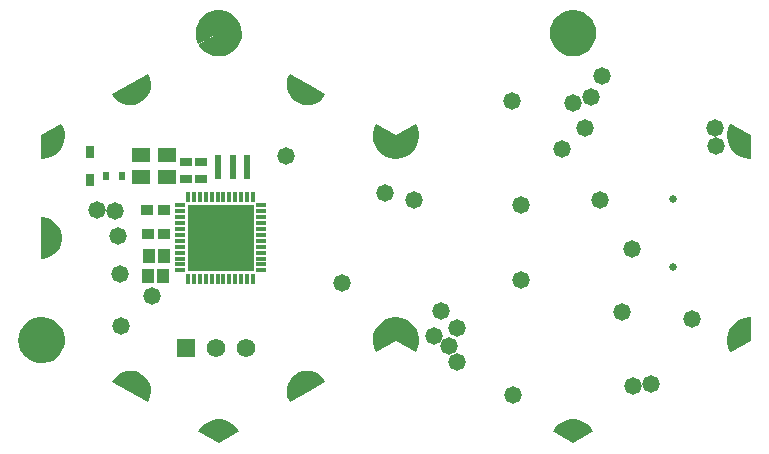
<source format=gbr>
G04*
G04 #@! TF.GenerationSoftware,Altium Limited,Altium Designer,25.8.1 (18)*
G04*
G04 Layer_Color=16711935*
%FSLAX44Y44*%
%MOMM*%
G71*
G04*
G04 #@! TF.SameCoordinates,1DE417C5-642A-4503-87AC-C91C357E1F8F*
G04*
G04*
G04 #@! TF.FilePolarity,Negative*
G04*
G01*
G75*
G04:AMPARAMS|DCode=55|XSize=1.2032mm|YSize=1.2032mm|CornerRadius=0.6016mm|HoleSize=0mm|Usage=FLASHONLY|Rotation=30.000|XOffset=0mm|YOffset=0mm|HoleType=Round|Shape=RoundedRectangle|*
%AMROUNDEDRECTD55*
21,1,1.2032,0.0000,0,0,30.0*
21,1,0.0000,1.2032,0,0,30.0*
1,1,1.2032,0.0000,0.0000*
1,1,1.2032,0.0000,0.0000*
1,1,1.2032,0.0000,0.0000*
1,1,1.2032,0.0000,0.0000*
%
%ADD55ROUNDEDRECTD55*%
G04:AMPARAMS|DCode=57|XSize=1.2032mm|YSize=1.2032mm|CornerRadius=0.6016mm|HoleSize=0mm|Usage=FLASHONLY|Rotation=90.000|XOffset=0mm|YOffset=0mm|HoleType=Round|Shape=RoundedRectangle|*
%AMROUNDEDRECTD57*
21,1,1.2032,0.0000,0,0,90.0*
21,1,0.0000,1.2032,0,0,90.0*
1,1,1.2032,0.0000,0.0000*
1,1,1.2032,0.0000,0.0000*
1,1,1.2032,0.0000,0.0000*
1,1,1.2032,0.0000,0.0000*
%
%ADD57ROUNDEDRECTD57*%
G04:AMPARAMS|DCode=59|XSize=1.2032mm|YSize=1.2032mm|CornerRadius=0.6016mm|HoleSize=0mm|Usage=FLASHONLY|Rotation=330.000|XOffset=0mm|YOffset=0mm|HoleType=Round|Shape=RoundedRectangle|*
%AMROUNDEDRECTD59*
21,1,1.2032,0.0000,0,0,330.0*
21,1,0.0000,1.2032,0,0,330.0*
1,1,1.2032,0.0000,0.0000*
1,1,1.2032,0.0000,0.0000*
1,1,1.2032,0.0000,0.0000*
1,1,1.2032,0.0000,0.0000*
%
%ADD59ROUNDEDRECTD59*%
%ADD65R,0.9900X0.7400*%
%ADD67C,0.6500*%
%ADD68C,1.5700*%
%ADD69R,1.5700X1.5700*%
%ADD70C,1.4732*%
%ADD72R,1.0061X0.9582*%
%ADD74R,0.3000X0.8500*%
%ADD77R,5.7000X5.7000*%
%ADD78R,0.8500X0.3000*%
%ADD80R,0.6000X0.8000*%
%ADD81R,0.6033X2.1032*%
%ADD82R,0.7032X1.1032*%
%ADD83R,1.0032X1.1532*%
%ADD84R,1.6002X1.2954*%
G36*
X153602Y191945D02*
X157319Y190313D01*
X160621Y187953D01*
X163369Y184964D01*
X165443Y181474D01*
X166757Y177633D01*
X167254Y173604D01*
X166912Y169559D01*
X165747Y165671D01*
X164778Y163887D01*
Y163887D01*
X147599Y173778D01*
X130421Y163887D01*
X129452Y165671D01*
X128287Y169559D01*
X127945Y173604D01*
X128442Y177633D01*
X129755Y181474D01*
X131830Y184964D01*
X134577Y187953D01*
X137880Y190313D01*
X141597Y191945D01*
X145570Y192779D01*
X149629D01*
X153602Y191945D01*
D02*
G37*
G36*
X-146397D02*
X-142680Y190313D01*
X-139378Y187953D01*
X-136631Y184964D01*
X-134556Y181474D01*
X-133243Y177633D01*
X-132746Y173604D01*
X-133087Y169559D01*
X-134252Y165671D01*
X-135222Y163887D01*
Y163887D01*
X-152400Y173778D01*
X-169578Y163887D01*
X-170548Y165671D01*
X-171713Y169559D01*
X-172054Y173604D01*
X-171558Y177633D01*
X-170244Y181474D01*
X-168169Y184964D01*
X-165422Y187953D01*
X-162120Y190313D01*
X-158403Y191945D01*
X-154430Y192779D01*
X-150370D01*
X-146397Y191945D01*
D02*
G37*
G36*
X164770Y163820D02*
X163932Y162284D01*
X161738Y159559D01*
X159094Y157268D01*
X156085Y155483D01*
X152806Y154263D01*
X149363Y153644D01*
X145864Y153648D01*
X142422Y154275D01*
X139146Y155503D01*
X136141Y157294D01*
X133503Y159592D01*
X131315Y162322D01*
X130481Y163860D01*
X130481Y163860D01*
X147613Y173750D01*
X164770Y163820D01*
D02*
G37*
G36*
X-135230D02*
X-136067Y162284D01*
X-138261Y159559D01*
X-140905Y157268D01*
X-143914Y155483D01*
X-147193Y154263D01*
X-150637Y153644D01*
X-154135Y153648D01*
X-157577Y154275D01*
X-160853Y155503D01*
X-163858Y157294D01*
X-166497Y159592D01*
X-168685Y162322D01*
X-169518Y163860D01*
X-169518Y163860D01*
X-152387Y173750D01*
X-135230Y163820D01*
D02*
G37*
G36*
X-92289Y139060D02*
X-92277Y139080D01*
X-77174Y130346D01*
X-62065Y121637D01*
X-62076Y121617D01*
X-62023Y121586D01*
X-62856Y120043D01*
X-65104Y117351D01*
X-67840Y115159D01*
X-70958Y113554D01*
X-74333Y112600D01*
X-77829Y112336D01*
X-81309Y112771D01*
X-84633Y113888D01*
X-86165Y114774D01*
X-87704Y115661D01*
X-90333Y117981D01*
X-92450Y120777D01*
X-93969Y123937D01*
X-94830Y127337D01*
X-94999Y130839D01*
X-94469Y134305D01*
X-93261Y137598D01*
X-92343Y139091D01*
X-92289Y139060D01*
D02*
G37*
G36*
X-211602Y137587D02*
X-210390Y134297D01*
X-209856Y130831D01*
X-210020Y127328D01*
X-210877Y123928D01*
X-212392Y120765D01*
X-214505Y117967D01*
X-217131Y115644D01*
X-220167Y113888D01*
X-223491Y112771D01*
X-226971Y112336D01*
X-230467Y112600D01*
X-233842Y113554D01*
X-236960Y115159D01*
X-239697Y117351D01*
X-241944Y120043D01*
X-242778Y121586D01*
X-242778D01*
X-212523Y139080D01*
X-211602Y137587D01*
D02*
G37*
G36*
X-285740Y96820D02*
D01*
X-285740D01*
X-285740D01*
D02*
G37*
G36*
X-2400Y87176D02*
X14278Y96781D01*
X15189Y95288D01*
X16452Y92025D01*
X17114Y88590D01*
X17155Y85092D01*
X16573Y81642D01*
X15387Y78351D01*
X13634Y75323D01*
X11371Y72655D01*
X8669Y70432D01*
X5615Y68726D01*
X2306Y67589D01*
X-1152Y67059D01*
X-2400Y67093D01*
X-3649Y67059D01*
X-7107Y67589D01*
X-10416Y68726D01*
X-13470Y70432D01*
X-16171Y72655D01*
X-18435Y75323D01*
X-20187Y78351D01*
X-21374Y81642D01*
X-21956Y85092D01*
X-21915Y88590D01*
X-21253Y92025D01*
X-19990Y95288D01*
X-19079Y96781D01*
Y96781D01*
X-2400Y87176D01*
D02*
G37*
G36*
X-285709Y96769D02*
X-285688Y96781D01*
X-284777Y95288D01*
X-283514Y92025D01*
X-282852Y88590D01*
X-282811Y85092D01*
X-283393Y81642D01*
X-284580Y78351D01*
X-286332Y75323D01*
X-288596Y72655D01*
X-291297Y70432D01*
X-291328Y70415D01*
X-291330Y70413D01*
X-294388Y68700D01*
X-297702Y67557D01*
X-301166Y67023D01*
X-302918Y67067D01*
X-302895Y86887D01*
X-285740Y96820D01*
X-285709Y96769D01*
D02*
G37*
G36*
X280977Y96749D02*
X280981Y96756D01*
X280981D01*
X287540Y92969D01*
X298099Y86888D01*
Y86873D01*
X298113Y86865D01*
X298099Y74678D01*
Y67106D01*
X298091Y67106D01*
X298091Y67041D01*
X296342Y66999D01*
X292885Y67536D01*
X289579Y68680D01*
X286529Y70394D01*
X283833Y72623D01*
X281575Y75296D01*
X280695Y76826D01*
X279812Y78351D01*
X278626Y81642D01*
X278044Y85092D01*
X278084Y88590D01*
X278747Y92025D01*
X280009Y95288D01*
X280921Y96781D01*
Y96781D01*
X280977Y96749D01*
D02*
G37*
G36*
X-297687Y16945D02*
X-294415Y15672D01*
X-291462Y13774D01*
X-288944Y11327D01*
X-286963Y8429D01*
X-285596Y5196D01*
X-284899Y1755D01*
Y-1755D01*
X-285596Y-5196D01*
X-286963Y-8429D01*
X-288944Y-11327D01*
X-291462Y-13774D01*
X-294415Y-15672D01*
X-297687Y-16945D01*
X-297715Y-16950D01*
X-297726Y-16954D01*
X-301181Y-17554D01*
X-302934Y-17505D01*
X-302934D01*
X-302957Y17443D01*
X-302900Y17444D01*
Y17493D01*
X-301146Y17544D01*
X-297687Y16945D01*
D02*
G37*
G36*
X298099Y-67106D02*
X298099D01*
Y-86888D01*
X280921Y-96781D01*
D01*
X280921D01*
X280009Y-95288D01*
X278747Y-92025D01*
X278084Y-88590D01*
X278044Y-85092D01*
X278626Y-81642D01*
X279812Y-78351D01*
X281565Y-75323D01*
X283828Y-72655D01*
X286530Y-70432D01*
X289584Y-68726D01*
X292893Y-67589D01*
X296351Y-67059D01*
X296351D01*
D01*
X298099Y-67106D01*
D02*
G37*
G36*
X2306Y-67589D02*
X5615Y-68726D01*
X8669Y-70432D01*
X11371Y-72655D01*
X13634Y-75323D01*
X15387Y-78351D01*
X16573Y-81642D01*
X17155Y-85092D01*
X17114Y-88590D01*
X16452Y-92025D01*
X15189Y-95288D01*
X14278Y-96781D01*
X-2400Y-87176D01*
X-19079Y-96781D01*
X-19990Y-95288D01*
X-21253Y-92025D01*
X-21915Y-88590D01*
X-21956Y-85092D01*
X-21374Y-81642D01*
X-20187Y-78351D01*
X-18435Y-75323D01*
X-16171Y-72655D01*
X-13470Y-70432D01*
X-10416Y-68726D01*
X-7107Y-67589D01*
X-3649Y-67059D01*
X-2400Y-67093D01*
X-1152Y-67059D01*
X2306Y-67589D01*
D02*
G37*
G36*
X-297653Y-67536D02*
X-294347Y-68680D01*
X-291297Y-70394D01*
X-288600Y-72623D01*
X-286343Y-75296D01*
X-284597Y-78328D01*
X-283419Y-81622D01*
X-282845Y-85073D01*
X-282893Y-88571D01*
X-283564Y-92005D01*
X-284834Y-95265D01*
X-285749Y-96756D01*
Y-96756D01*
X-302880Y-86865D01*
X-302859Y-67041D01*
X-301110Y-66999D01*
X-297653Y-67536D01*
D02*
G37*
G36*
X14278Y-96781D02*
X14278D01*
D01*
X14278D01*
D02*
G37*
G36*
X-302895Y-86887D02*
X-285740Y-96820D01*
X-286800Y-98551D01*
X-289585Y-101504D01*
X-292917Y-103823D01*
X-296655Y-105407D01*
X-300638Y-106190D01*
X-304697Y-106138D01*
X-308659Y-105253D01*
X-312354Y-103574D01*
X-315626Y-101171D01*
X-318335Y-98147D01*
X-320365Y-94632D01*
X-321629Y-90774D01*
X-322074Y-86740D01*
X-321681Y-82699D01*
X-320466Y-78826D01*
X-318482Y-75285D01*
X-315812Y-72226D01*
X-312571Y-69782D01*
X-308898Y-68055D01*
X-304947Y-67120D01*
X-302918Y-67067D01*
X-302918Y-67067D01*
X-302895Y-86887D01*
D02*
G37*
G36*
X-74333Y-112600D02*
X-70958Y-113554D01*
X-67840Y-115159D01*
X-65104Y-117351D01*
X-62856Y-120043D01*
X-62023Y-121586D01*
D01*
Y-121586D01*
X-77150Y-130333D01*
X-92277Y-139080D01*
X-93198Y-137587D01*
X-94410Y-134297D01*
X-94944Y-130831D01*
X-94780Y-127329D01*
X-93923Y-123928D01*
X-92408Y-120766D01*
X-90295Y-117967D01*
X-87669Y-115644D01*
X-84633Y-113888D01*
X-81309Y-112771D01*
X-77829Y-112336D01*
X-74333Y-112600D01*
D02*
G37*
G36*
X-223491Y-112771D02*
X-220167Y-113888D01*
X-218636Y-114774D01*
X-217097Y-115661D01*
X-214467Y-117981D01*
X-212350Y-120777D01*
X-210831Y-123937D01*
X-209970Y-127337D01*
X-209801Y-130839D01*
X-210331Y-134305D01*
X-211539Y-137598D01*
X-212457Y-139091D01*
D01*
X-212457Y-139091D01*
X-212457Y-139091D01*
X-212511Y-139060D01*
X-212523Y-139080D01*
D01*
X-212523Y-139080D01*
X-212523Y-139080D01*
X-227626Y-130346D01*
X-242735Y-121637D01*
X-242724Y-121617D01*
X-242778Y-121586D01*
X-241944Y-120043D01*
X-239697Y-117351D01*
X-236960Y-115159D01*
X-233842Y-113554D01*
X-230467Y-112600D01*
X-226971Y-112336D01*
X-223491Y-112771D01*
D02*
G37*
G36*
X149334Y-153648D02*
X152776Y-154275D01*
X156052Y-155503D01*
X159057Y-157294D01*
X161696Y-159592D01*
X163884Y-162322D01*
X164718Y-163860D01*
X164718D01*
X163885Y-164340D01*
X163910Y-164387D01*
X147599Y-173778D01*
X131289Y-164387D01*
X131318Y-164334D01*
X130429Y-163820D01*
X131266Y-162284D01*
X133461Y-159559D01*
X136105Y-157268D01*
X139114Y-155483D01*
X142392Y-154263D01*
X145836Y-153644D01*
X149334Y-153648D01*
D02*
G37*
G36*
X-150665D02*
X-147223Y-154275D01*
X-143947Y-155503D01*
X-140942Y-157294D01*
X-138303Y-159592D01*
X-136116Y-162322D01*
X-135282Y-163860D01*
X-135282D01*
X-136115Y-164340D01*
X-136089Y-164387D01*
X-152400Y-173778D01*
X-168711Y-164387D01*
X-168682Y-164334D01*
X-169570Y-163820D01*
X-168733Y-162284D01*
X-166539Y-159559D01*
X-163895Y-157268D01*
X-160886Y-155483D01*
X-157607Y-154263D01*
X-154164Y-153644D01*
X-150665Y-153648D01*
D02*
G37*
D55*
X-152400Y165199D02*
D03*
Y-165199D02*
D03*
X147599Y165199D02*
D03*
Y-165199D02*
D03*
X-223901Y-123901D02*
D03*
X-80899Y123901D02*
D03*
D57*
X290700Y-82601D02*
D03*
X-295468Y82601D02*
D03*
X-1679Y77521D02*
D03*
Y-77521D02*
D03*
X-80899Y-123901D02*
D03*
X-223901Y123901D02*
D03*
D59*
X290700Y82601D02*
D03*
X-295468Y-82601D02*
D03*
X-295501Y-0D02*
D03*
D65*
X-167537Y50056D02*
D03*
Y64056D02*
D03*
X-180237Y50056D02*
D03*
Y64056D02*
D03*
D67*
X232119Y33110D02*
D03*
Y-24690D02*
D03*
D68*
X-129178Y-93003D02*
D03*
X-154579D02*
D03*
D69*
X-179979D02*
D03*
D70*
X-237741Y1501D02*
D03*
X-239941Y22954D02*
D03*
X-255344Y23504D02*
D03*
X-235816Y-30404D02*
D03*
X170325Y31926D02*
D03*
X35814Y-61723D02*
D03*
X42527Y-91189D02*
D03*
X48948Y-105401D02*
D03*
X49678Y-76612D02*
D03*
X29716Y-82655D02*
D03*
X96666Y-132951D02*
D03*
X198420Y-125050D02*
D03*
X213609Y-123810D02*
D03*
X189400Y-63134D02*
D03*
X247985Y-68360D02*
D03*
X268888Y77688D02*
D03*
X268083Y92796D02*
D03*
X-95768Y69043D02*
D03*
X-48260Y-38101D02*
D03*
X157988Y92709D02*
D03*
X163068Y119633D02*
D03*
X147828Y114045D02*
D03*
X103156Y-35243D02*
D03*
X95758Y115569D02*
D03*
X103124Y28193D02*
D03*
X138176Y75437D02*
D03*
X12954Y32257D02*
D03*
X-11938Y37899D02*
D03*
X197358Y-9145D02*
D03*
X171704Y136905D02*
D03*
X-209296Y-48769D02*
D03*
X-234950Y-74423D02*
D03*
D72*
X-212654Y3286D02*
D03*
X-212986Y23851D02*
D03*
X-198633Y3286D02*
D03*
X-198965Y23851D02*
D03*
D74*
X-143376Y34500D02*
D03*
X-138376D02*
D03*
X-148376D02*
D03*
X-178376Y-34500D02*
D03*
X-173376D02*
D03*
X-168376D02*
D03*
X-163376D02*
D03*
X-158376D02*
D03*
X-153376D02*
D03*
X-148376D02*
D03*
X-143376D02*
D03*
X-138376D02*
D03*
X-133376D02*
D03*
X-128376D02*
D03*
X-123376D02*
D03*
Y34500D02*
D03*
X-128376D02*
D03*
X-133376D02*
D03*
X-153376D02*
D03*
X-158376D02*
D03*
X-163376D02*
D03*
X-168376D02*
D03*
X-173376D02*
D03*
X-178376D02*
D03*
D77*
X-150876Y-0D02*
D03*
D78*
X-185376Y27500D02*
D03*
Y22500D02*
D03*
Y17500D02*
D03*
Y12500D02*
D03*
Y7500D02*
D03*
Y2500D02*
D03*
Y-2500D02*
D03*
Y-7500D02*
D03*
Y-12500D02*
D03*
Y-17500D02*
D03*
Y-22500D02*
D03*
Y-27500D02*
D03*
X-116376D02*
D03*
Y-22500D02*
D03*
Y-17500D02*
D03*
Y-12500D02*
D03*
Y-7500D02*
D03*
Y-2500D02*
D03*
Y2500D02*
D03*
Y7500D02*
D03*
Y12500D02*
D03*
Y17500D02*
D03*
Y22500D02*
D03*
Y27500D02*
D03*
D80*
X-248046Y52070D02*
D03*
X-234046D02*
D03*
D81*
X-152715Y59690D02*
D03*
X-140716D02*
D03*
X-128717D02*
D03*
D82*
X-261366Y72460D02*
D03*
Y49460D02*
D03*
D83*
X-198654Y-15101D02*
D03*
X-211876Y-32475D02*
D03*
X-199376D02*
D03*
X-211154Y-15101D02*
D03*
D84*
X-218186Y70231D02*
D03*
Y51689D02*
D03*
X-196596D02*
D03*
Y70231D02*
D03*
M02*

</source>
